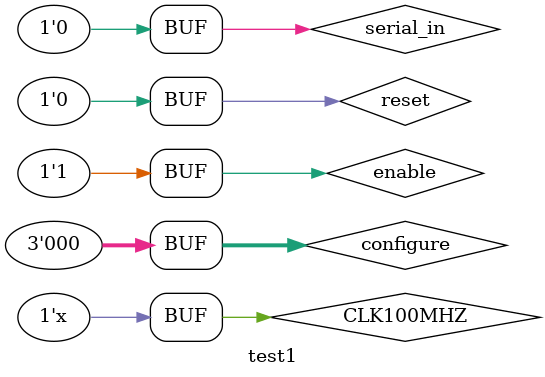
<source format=v>
`timescale 1ns / 1ps


module test1(
        );
    reg serial_in, reset, enable, CLK100MHZ;
    reg [2:0] configure;
    wire led;
    wire [2:0] out;
    
    ortakmodule ortaktest1(
    
    .serial_in(serial_in),
    .reset(reset),
    .enable(enable),
    .configure(configure),
    .CLK100MHZ(CLK100MHZ),
    .led(led),
    .out(out)
    
    
    );
    
    always begin
    CLK100MHZ = ~CLK100MHZ;
    #10;

    end
       
    initial begin
    CLK100MHZ = 1'b0;
    reset = 1;
    enable =0;
    serial_in = 1'b0;
    configure = 3'b000;
    #1350000;
    reset = 0;
    enable = 1;
    serial_in = 1'b1;
    #1350000;
    serial_in = 1'b1;
    #1350000;
    serial_in = 1'b0;
    #1350000;
    serial_in = 1'b1;
    #1350000;
    serial_in = 1'b0;
    #1350000;
    serial_in = 1'b1;
    #1350000;
    serial_in = 1'b1;
    #1350000;
    serial_in = 1'b0;
    
    
    
    
    

    
    
    
    end
endmodule

</source>
